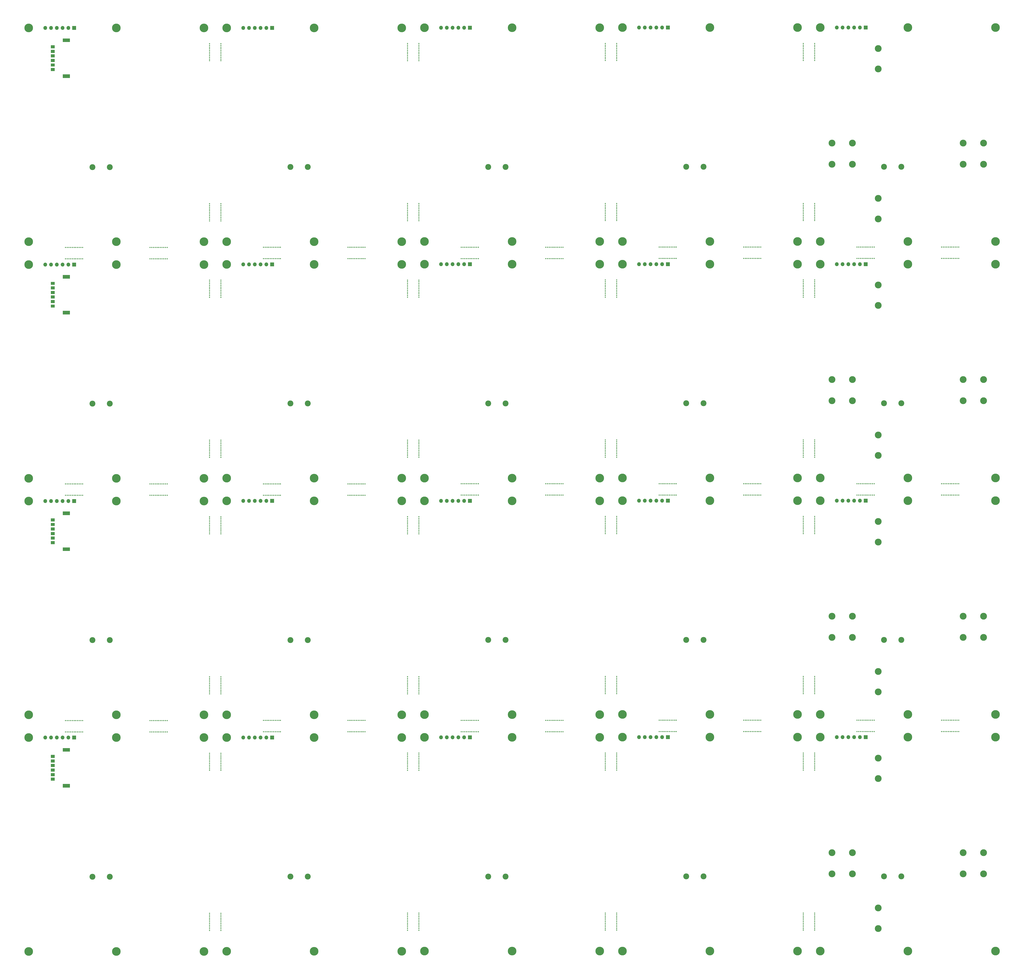
<source format=gbr>
%TF.GenerationSoftware,KiCad,Pcbnew,(6.0.5)*%
%TF.CreationDate,2022-08-17T15:04:12-07:00*%
%TF.ProjectId,X_Y_Panels,585f595f-5061-46e6-956c-732e6b696361,rev?*%
%TF.SameCoordinates,Original*%
%TF.FileFunction,Soldermask,Bot*%
%TF.FilePolarity,Negative*%
%FSLAX46Y46*%
G04 Gerber Fmt 4.6, Leading zero omitted, Abs format (unit mm)*
G04 Created by KiCad (PCBNEW (6.0.5)) date 2022-08-17 15:04:12*
%MOMM*%
%LPD*%
G01*
G04 APERTURE LIST*
%ADD10C,0.010000*%
%ADD11C,3.800000*%
%ADD12C,2.600000*%
%ADD13R,1.700000X1.700000*%
%ADD14O,1.700000X1.700000*%
%ADD15C,3.000000*%
%ADD16C,0.500000*%
G04 APERTURE END LIST*
%TO.C,J2*%
G36*
X30621200Y-242300200D02*
G01*
X27568800Y-242300200D01*
X27568800Y-240797800D01*
X30621200Y-240797800D01*
X30621200Y-242300200D01*
G37*
D10*
X30621200Y-242300200D02*
X27568800Y-242300200D01*
X27568800Y-240797800D01*
X30621200Y-240797800D01*
X30621200Y-242300200D01*
G36*
X23921200Y-233280200D02*
G01*
X22318800Y-233280200D01*
X22318800Y-232027800D01*
X23921200Y-232027800D01*
X23921200Y-233280200D01*
G37*
X23921200Y-233280200D02*
X22318800Y-233280200D01*
X22318800Y-232027800D01*
X23921200Y-232027800D01*
X23921200Y-233280200D01*
G36*
X23921200Y-231280200D02*
G01*
X22318800Y-231280200D01*
X22318800Y-230027800D01*
X23921200Y-230027800D01*
X23921200Y-231280200D01*
G37*
X23921200Y-231280200D02*
X22318800Y-231280200D01*
X22318800Y-230027800D01*
X23921200Y-230027800D01*
X23921200Y-231280200D01*
G36*
X23921200Y-235280200D02*
G01*
X22318800Y-235280200D01*
X22318800Y-234027800D01*
X23921200Y-234027800D01*
X23921200Y-235280200D01*
G37*
X23921200Y-235280200D02*
X22318800Y-235280200D01*
X22318800Y-234027800D01*
X23921200Y-234027800D01*
X23921200Y-235280200D01*
G36*
X30621200Y-226510200D02*
G01*
X27568800Y-226510200D01*
X27568800Y-225007800D01*
X30621200Y-225007800D01*
X30621200Y-226510200D01*
G37*
X30621200Y-226510200D02*
X27568800Y-226510200D01*
X27568800Y-225007800D01*
X30621200Y-225007800D01*
X30621200Y-226510200D01*
G36*
X23921200Y-237280200D02*
G01*
X22318800Y-237280200D01*
X22318800Y-236027800D01*
X23921200Y-236027800D01*
X23921200Y-237280200D01*
G37*
X23921200Y-237280200D02*
X22318800Y-237280200D01*
X22318800Y-236027800D01*
X23921200Y-236027800D01*
X23921200Y-237280200D01*
G36*
X23921200Y-229280200D02*
G01*
X22318800Y-229280200D01*
X22318800Y-228027800D01*
X23921200Y-228027800D01*
X23921200Y-229280200D01*
G37*
X23921200Y-229280200D02*
X22318800Y-229280200D01*
X22318800Y-228027800D01*
X23921200Y-228027800D01*
X23921200Y-229280200D01*
G36*
X23921200Y-239280200D02*
G01*
X22318800Y-239280200D01*
X22318800Y-238027800D01*
X23921200Y-238027800D01*
X23921200Y-239280200D01*
G37*
X23921200Y-239280200D02*
X22318800Y-239280200D01*
X22318800Y-238027800D01*
X23921200Y-238027800D01*
X23921200Y-239280200D01*
G36*
X30621200Y-34300200D02*
G01*
X27568800Y-34300200D01*
X27568800Y-32797800D01*
X30621200Y-32797800D01*
X30621200Y-34300200D01*
G37*
X30621200Y-34300200D02*
X27568800Y-34300200D01*
X27568800Y-32797800D01*
X30621200Y-32797800D01*
X30621200Y-34300200D01*
G36*
X23921200Y-25280200D02*
G01*
X22318800Y-25280200D01*
X22318800Y-24027800D01*
X23921200Y-24027800D01*
X23921200Y-25280200D01*
G37*
X23921200Y-25280200D02*
X22318800Y-25280200D01*
X22318800Y-24027800D01*
X23921200Y-24027800D01*
X23921200Y-25280200D01*
G36*
X23921200Y-23280200D02*
G01*
X22318800Y-23280200D01*
X22318800Y-22027800D01*
X23921200Y-22027800D01*
X23921200Y-23280200D01*
G37*
X23921200Y-23280200D02*
X22318800Y-23280200D01*
X22318800Y-22027800D01*
X23921200Y-22027800D01*
X23921200Y-23280200D01*
G36*
X23921200Y-27280200D02*
G01*
X22318800Y-27280200D01*
X22318800Y-26027800D01*
X23921200Y-26027800D01*
X23921200Y-27280200D01*
G37*
X23921200Y-27280200D02*
X22318800Y-27280200D01*
X22318800Y-26027800D01*
X23921200Y-26027800D01*
X23921200Y-27280200D01*
G36*
X30621200Y-18510200D02*
G01*
X27568800Y-18510200D01*
X27568800Y-17007800D01*
X30621200Y-17007800D01*
X30621200Y-18510200D01*
G37*
X30621200Y-18510200D02*
X27568800Y-18510200D01*
X27568800Y-17007800D01*
X30621200Y-17007800D01*
X30621200Y-18510200D01*
G36*
X23921200Y-29280200D02*
G01*
X22318800Y-29280200D01*
X22318800Y-28027800D01*
X23921200Y-28027800D01*
X23921200Y-29280200D01*
G37*
X23921200Y-29280200D02*
X22318800Y-29280200D01*
X22318800Y-28027800D01*
X23921200Y-28027800D01*
X23921200Y-29280200D01*
G36*
X23921200Y-21280200D02*
G01*
X22318800Y-21280200D01*
X22318800Y-20027800D01*
X23921200Y-20027800D01*
X23921200Y-21280200D01*
G37*
X23921200Y-21280200D02*
X22318800Y-21280200D01*
X22318800Y-20027800D01*
X23921200Y-20027800D01*
X23921200Y-21280200D01*
G36*
X23921200Y-31280200D02*
G01*
X22318800Y-31280200D01*
X22318800Y-30027800D01*
X23921200Y-30027800D01*
X23921200Y-31280200D01*
G37*
X23921200Y-31280200D02*
X22318800Y-31280200D01*
X22318800Y-30027800D01*
X23921200Y-30027800D01*
X23921200Y-31280200D01*
G36*
X30621200Y-138300200D02*
G01*
X27568800Y-138300200D01*
X27568800Y-136797800D01*
X30621200Y-136797800D01*
X30621200Y-138300200D01*
G37*
X30621200Y-138300200D02*
X27568800Y-138300200D01*
X27568800Y-136797800D01*
X30621200Y-136797800D01*
X30621200Y-138300200D01*
G36*
X23921200Y-129280200D02*
G01*
X22318800Y-129280200D01*
X22318800Y-128027800D01*
X23921200Y-128027800D01*
X23921200Y-129280200D01*
G37*
X23921200Y-129280200D02*
X22318800Y-129280200D01*
X22318800Y-128027800D01*
X23921200Y-128027800D01*
X23921200Y-129280200D01*
G36*
X23921200Y-127280200D02*
G01*
X22318800Y-127280200D01*
X22318800Y-126027800D01*
X23921200Y-126027800D01*
X23921200Y-127280200D01*
G37*
X23921200Y-127280200D02*
X22318800Y-127280200D01*
X22318800Y-126027800D01*
X23921200Y-126027800D01*
X23921200Y-127280200D01*
G36*
X23921200Y-131280200D02*
G01*
X22318800Y-131280200D01*
X22318800Y-130027800D01*
X23921200Y-130027800D01*
X23921200Y-131280200D01*
G37*
X23921200Y-131280200D02*
X22318800Y-131280200D01*
X22318800Y-130027800D01*
X23921200Y-130027800D01*
X23921200Y-131280200D01*
G36*
X30621200Y-122510200D02*
G01*
X27568800Y-122510200D01*
X27568800Y-121007800D01*
X30621200Y-121007800D01*
X30621200Y-122510200D01*
G37*
X30621200Y-122510200D02*
X27568800Y-122510200D01*
X27568800Y-121007800D01*
X30621200Y-121007800D01*
X30621200Y-122510200D01*
G36*
X23921200Y-133280200D02*
G01*
X22318800Y-133280200D01*
X22318800Y-132027800D01*
X23921200Y-132027800D01*
X23921200Y-133280200D01*
G37*
X23921200Y-133280200D02*
X22318800Y-133280200D01*
X22318800Y-132027800D01*
X23921200Y-132027800D01*
X23921200Y-133280200D01*
G36*
X23921200Y-125280200D02*
G01*
X22318800Y-125280200D01*
X22318800Y-124027800D01*
X23921200Y-124027800D01*
X23921200Y-125280200D01*
G37*
X23921200Y-125280200D02*
X22318800Y-125280200D01*
X22318800Y-124027800D01*
X23921200Y-124027800D01*
X23921200Y-125280200D01*
G36*
X23921200Y-135280200D02*
G01*
X22318800Y-135280200D01*
X22318800Y-134027800D01*
X23921200Y-134027800D01*
X23921200Y-135280200D01*
G37*
X23921200Y-135280200D02*
X22318800Y-135280200D01*
X22318800Y-134027800D01*
X23921200Y-134027800D01*
X23921200Y-135280200D01*
G36*
X30621200Y-346300200D02*
G01*
X27568800Y-346300200D01*
X27568800Y-344797800D01*
X30621200Y-344797800D01*
X30621200Y-346300200D01*
G37*
X30621200Y-346300200D02*
X27568800Y-346300200D01*
X27568800Y-344797800D01*
X30621200Y-344797800D01*
X30621200Y-346300200D01*
G36*
X23921200Y-337280200D02*
G01*
X22318800Y-337280200D01*
X22318800Y-336027800D01*
X23921200Y-336027800D01*
X23921200Y-337280200D01*
G37*
X23921200Y-337280200D02*
X22318800Y-337280200D01*
X22318800Y-336027800D01*
X23921200Y-336027800D01*
X23921200Y-337280200D01*
G36*
X23921200Y-335280200D02*
G01*
X22318800Y-335280200D01*
X22318800Y-334027800D01*
X23921200Y-334027800D01*
X23921200Y-335280200D01*
G37*
X23921200Y-335280200D02*
X22318800Y-335280200D01*
X22318800Y-334027800D01*
X23921200Y-334027800D01*
X23921200Y-335280200D01*
G36*
X23921200Y-339280200D02*
G01*
X22318800Y-339280200D01*
X22318800Y-338027800D01*
X23921200Y-338027800D01*
X23921200Y-339280200D01*
G37*
X23921200Y-339280200D02*
X22318800Y-339280200D01*
X22318800Y-338027800D01*
X23921200Y-338027800D01*
X23921200Y-339280200D01*
G36*
X30621200Y-330510200D02*
G01*
X27568800Y-330510200D01*
X27568800Y-329007800D01*
X30621200Y-329007800D01*
X30621200Y-330510200D01*
G37*
X30621200Y-330510200D02*
X27568800Y-330510200D01*
X27568800Y-329007800D01*
X30621200Y-329007800D01*
X30621200Y-330510200D01*
G36*
X23921200Y-341280200D02*
G01*
X22318800Y-341280200D01*
X22318800Y-340027800D01*
X23921200Y-340027800D01*
X23921200Y-341280200D01*
G37*
X23921200Y-341280200D02*
X22318800Y-341280200D01*
X22318800Y-340027800D01*
X23921200Y-340027800D01*
X23921200Y-341280200D01*
G36*
X23921200Y-333280200D02*
G01*
X22318800Y-333280200D01*
X22318800Y-332027800D01*
X23921200Y-332027800D01*
X23921200Y-333280200D01*
G37*
X23921200Y-333280200D02*
X22318800Y-333280200D01*
X22318800Y-332027800D01*
X23921200Y-332027800D01*
X23921200Y-333280200D01*
G36*
X23921200Y-343280200D02*
G01*
X22318800Y-343280200D01*
X22318800Y-342027800D01*
X23921200Y-342027800D01*
X23921200Y-343280200D01*
G37*
X23921200Y-343280200D02*
X22318800Y-343280200D01*
X22318800Y-342027800D01*
X23921200Y-342027800D01*
X23921200Y-343280200D01*
%TD*%
D11*
%TO.C,H29*%
X399036000Y-314259997D03*
D12*
X399036000Y-314259997D03*
%TD*%
%TO.C,TP5*%
X388582000Y-177429998D03*
X396202000Y-177429998D03*
%TD*%
D13*
%TO.C,J3*%
X119546000Y-324359999D03*
D14*
X117006000Y-324359999D03*
X114466000Y-324359999D03*
X111926000Y-324359999D03*
X109386000Y-324359999D03*
X106846000Y-324359999D03*
%TD*%
D11*
%TO.C,H10*%
X99546000Y-314359999D03*
D12*
X99546000Y-314359999D03*
%TD*%
D13*
%TO.C,J3*%
X119546000Y-220359999D03*
D14*
X117006000Y-220359999D03*
X114466000Y-220359999D03*
X111926000Y-220359999D03*
X109386000Y-220359999D03*
X106846000Y-220359999D03*
%TD*%
D12*
%TO.C,H26*%
X399036000Y-324259997D03*
D11*
X399036000Y-324259997D03*
%TD*%
D12*
%TO.C,TP3*%
X214586000Y-281479999D03*
X222206000Y-281479999D03*
%TD*%
D15*
%TO.C,SC1*%
X374662000Y-271014000D03*
X365662000Y-271014000D03*
%TD*%
D16*
%TO.C,mouse-bite-8*%
X184046000Y-409139999D03*
X179046000Y-406139999D03*
X179046000Y-405389999D03*
X179046000Y-408389999D03*
X184046000Y-406139999D03*
X184046000Y-402389999D03*
X179046000Y-404639999D03*
X184046000Y-405389999D03*
X179046000Y-403889999D03*
X179046000Y-402389999D03*
X184046000Y-408389999D03*
X179046000Y-401639999D03*
X179046000Y-409139999D03*
X184046000Y-406889999D03*
X179046000Y-407639999D03*
X179046000Y-406889999D03*
X179046000Y-408389999D03*
X184046000Y-407639999D03*
X184046000Y-403139999D03*
X184046000Y-404639999D03*
X184046000Y-401639999D03*
X184046000Y-403889999D03*
X184046000Y-408389999D03*
X179046000Y-403139999D03*
%TD*%
%TO.C,mouse-bite-3*%
X358040000Y-129969998D03*
X353040000Y-129969998D03*
X358040000Y-126219998D03*
X358040000Y-124719998D03*
X353040000Y-127719998D03*
X353040000Y-123219998D03*
X358040000Y-130719998D03*
X358040000Y-126969998D03*
X358040000Y-129219998D03*
X358040000Y-123219998D03*
X358040000Y-123969998D03*
X358040000Y-127719998D03*
X353040000Y-129219998D03*
X353040000Y-123969998D03*
X353040000Y-124719998D03*
X353040000Y-128469998D03*
X353040000Y-126219998D03*
X358040000Y-128469998D03*
X353040000Y-125469998D03*
X353040000Y-126969998D03*
X353040000Y-129969998D03*
X353040000Y-130719998D03*
X358040000Y-129969998D03*
X358040000Y-125469998D03*
%TD*%
D13*
%TO.C,J3*%
X119546000Y-12359999D03*
D14*
X117006000Y-12359999D03*
X114466000Y-12359999D03*
X111926000Y-12359999D03*
X109386000Y-12359999D03*
X106846000Y-12359999D03*
%TD*%
D13*
%TO.C,J6*%
X380536000Y-324259997D03*
D14*
X377996000Y-324259997D03*
X375456000Y-324259997D03*
X372916000Y-324259997D03*
X370376000Y-324259997D03*
X367836000Y-324259997D03*
%TD*%
D16*
%TO.C,mouse-bite-11*%
X296478000Y-217759997D03*
X291978000Y-217759997D03*
X290478000Y-212759997D03*
X294228000Y-212759997D03*
X292728000Y-212759997D03*
X293478000Y-217759997D03*
X291228000Y-212759997D03*
X292728000Y-217759997D03*
X296478000Y-212759997D03*
X291978000Y-212759997D03*
X297228000Y-212759997D03*
X294978000Y-212759997D03*
X289728000Y-217759997D03*
X294978000Y-217759997D03*
X289728000Y-212759997D03*
X293478000Y-212759997D03*
X295728000Y-217759997D03*
X297228000Y-217759997D03*
X296478000Y-217759997D03*
X295728000Y-212759997D03*
X290478000Y-217759997D03*
X291228000Y-217759997D03*
X296478000Y-212759997D03*
X294228000Y-217759997D03*
%TD*%
D11*
%TO.C,H10*%
X99546000Y-210359999D03*
D12*
X99546000Y-210359999D03*
%TD*%
D11*
%TO.C,H30*%
X437536000Y-418259997D03*
D12*
X437536000Y-418259997D03*
%TD*%
D11*
%TO.C,H25*%
X360536000Y-324259997D03*
D12*
X360536000Y-324259997D03*
%TD*%
D15*
%TO.C,SC3*%
X385970000Y-96340000D03*
X385970000Y-87340000D03*
%TD*%
D12*
%TO.C,H28*%
X360536000Y-314259997D03*
D11*
X360536000Y-314259997D03*
%TD*%
%TO.C,H5*%
X51050000Y-314410000D03*
D12*
X51050000Y-314410000D03*
%TD*%
%TO.C,H13*%
X186542000Y-220309998D03*
D11*
X186542000Y-220309998D03*
%TD*%
%TO.C,H14*%
X225042000Y-12309998D03*
D12*
X225042000Y-12309998D03*
%TD*%
D11*
%TO.C,H23*%
X312038000Y-314259997D03*
D12*
X312038000Y-314259997D03*
%TD*%
%TO.C,TP4*%
X301582000Y-281429998D03*
X309202000Y-281429998D03*
%TD*%
D11*
%TO.C,H7*%
X99546000Y-220359999D03*
D12*
X99546000Y-220359999D03*
%TD*%
D11*
%TO.C,H18*%
X263542000Y-210309998D03*
D12*
X263542000Y-210309998D03*
%TD*%
%TO.C,H16*%
X186542000Y-210309998D03*
D11*
X186542000Y-210309998D03*
%TD*%
D12*
%TO.C,H24*%
X350538000Y-210259997D03*
D11*
X350538000Y-210259997D03*
%TD*%
D12*
%TO.C,H26*%
X399036000Y-116259997D03*
D11*
X399036000Y-116259997D03*
%TD*%
D16*
%TO.C,mouse-bite-17*%
X115736000Y-217859999D03*
X117986000Y-212859999D03*
X120236000Y-212859999D03*
X122486000Y-212859999D03*
X122486000Y-217859999D03*
X115736000Y-212859999D03*
X119486000Y-217859999D03*
X120236000Y-217859999D03*
X120986000Y-217859999D03*
X121736000Y-212859999D03*
X117236000Y-217859999D03*
X123236000Y-212859999D03*
X116486000Y-217859999D03*
X120986000Y-212859999D03*
X118736000Y-217859999D03*
X116486000Y-212859999D03*
X118736000Y-212859999D03*
X123236000Y-217859999D03*
X121736000Y-217859999D03*
X117986000Y-217859999D03*
X117236000Y-212859999D03*
X119486000Y-212859999D03*
X122486000Y-217859999D03*
X122486000Y-212859999D03*
%TD*%
D12*
%TO.C,H9*%
X176546000Y-12359999D03*
D11*
X176546000Y-12359999D03*
%TD*%
D15*
%TO.C,SC3*%
X385970000Y-408340000D03*
X385970000Y-399340000D03*
%TD*%
D12*
%TO.C,H24*%
X350538000Y-106259997D03*
D11*
X350538000Y-106259997D03*
%TD*%
D12*
%TO.C,H4*%
X12550000Y-106410000D03*
D11*
X12550000Y-106410000D03*
%TD*%
D16*
%TO.C,mouse-bite-14*%
X421386000Y-217759997D03*
X420636000Y-212759997D03*
X413886000Y-217759997D03*
X417636000Y-217759997D03*
X416136000Y-212759997D03*
X415386000Y-217759997D03*
X416886000Y-217759997D03*
X420636000Y-217759997D03*
X416136000Y-217759997D03*
X413886000Y-212759997D03*
X416886000Y-212759997D03*
X415386000Y-212759997D03*
X420636000Y-212759997D03*
X418386000Y-212759997D03*
X420636000Y-217759997D03*
X419136000Y-217759997D03*
X414636000Y-217759997D03*
X419136000Y-212759997D03*
X419886000Y-217759997D03*
X417636000Y-212759997D03*
X419886000Y-212759997D03*
X414636000Y-212759997D03*
X418386000Y-217759997D03*
X421386000Y-212759997D03*
%TD*%
D11*
%TO.C,H30*%
X437536000Y-106259997D03*
D12*
X437536000Y-106259997D03*
%TD*%
D11*
%TO.C,H11*%
X138046000Y-210359999D03*
D12*
X138046000Y-210359999D03*
%TD*%
D16*
%TO.C,mouse-bite-7*%
X92050000Y-408440000D03*
X97050000Y-405440000D03*
X92050000Y-406940000D03*
X97050000Y-401690000D03*
X92050000Y-406190000D03*
X97050000Y-403190000D03*
X92050000Y-409190000D03*
X92050000Y-403940000D03*
X97050000Y-409190000D03*
X97050000Y-404690000D03*
X97050000Y-402440000D03*
X97050000Y-407690000D03*
X97050000Y-408440000D03*
X92050000Y-408440000D03*
X92050000Y-402440000D03*
X92050000Y-405440000D03*
X97050000Y-408440000D03*
X92050000Y-403190000D03*
X97050000Y-406940000D03*
X97050000Y-406190000D03*
X92050000Y-401690000D03*
X97050000Y-403940000D03*
X92050000Y-407690000D03*
X92050000Y-404690000D03*
%TD*%
D12*
%TO.C,H16*%
X186542000Y-106309998D03*
D11*
X186542000Y-106309998D03*
%TD*%
D16*
%TO.C,mouse-bite-15*%
X33240000Y-316910000D03*
X33240000Y-321910000D03*
X32490000Y-316910000D03*
X35490000Y-316910000D03*
X30990000Y-321910000D03*
X33990000Y-321910000D03*
X33990000Y-316910000D03*
X32490000Y-321910000D03*
X35490000Y-321910000D03*
X29490000Y-316910000D03*
X34740000Y-316910000D03*
X31740000Y-316910000D03*
X30990000Y-316910000D03*
X28740000Y-316910000D03*
X31740000Y-321910000D03*
X36240000Y-316910000D03*
X34740000Y-321910000D03*
X36240000Y-321910000D03*
X35490000Y-321910000D03*
X30240000Y-321910000D03*
X30240000Y-316910000D03*
X35490000Y-316910000D03*
X29490000Y-321910000D03*
X28740000Y-321910000D03*
%TD*%
D15*
%TO.C,SC6*%
X432320000Y-167014000D03*
X423320000Y-167014000D03*
%TD*%
D11*
%TO.C,H6*%
X89550000Y-106410000D03*
D12*
X89550000Y-106410000D03*
%TD*%
%TO.C,TP5*%
X388582000Y-385429998D03*
X396202000Y-385429998D03*
%TD*%
D11*
%TO.C,H27*%
X437536000Y-324259997D03*
D12*
X437536000Y-324259997D03*
%TD*%
%TO.C,TP2*%
X127590000Y-281530000D03*
X135210000Y-281530000D03*
%TD*%
D15*
%TO.C,SC2*%
X365662000Y-72320000D03*
X374662000Y-72320000D03*
%TD*%
D12*
%TO.C,H17*%
X225042000Y-106309998D03*
D11*
X225042000Y-106309998D03*
%TD*%
D12*
%TO.C,H3*%
X89550000Y-220410000D03*
D11*
X89550000Y-220410000D03*
%TD*%
D16*
%TO.C,mouse-bite-13*%
X383476000Y-212759997D03*
X384226000Y-212759997D03*
X383476000Y-217759997D03*
X382726000Y-217759997D03*
X380476000Y-217759997D03*
X377476000Y-217759997D03*
X381976000Y-217759997D03*
X380476000Y-212759997D03*
X383476000Y-217759997D03*
X378226000Y-212759997D03*
X381226000Y-212759997D03*
X376726000Y-212759997D03*
X379726000Y-217759997D03*
X379726000Y-212759997D03*
X376726000Y-217759997D03*
X382726000Y-212759997D03*
X381976000Y-212759997D03*
X378976000Y-217759997D03*
X381226000Y-217759997D03*
X378226000Y-217759997D03*
X377476000Y-212759997D03*
X383476000Y-212759997D03*
X378976000Y-212759997D03*
X384226000Y-217759997D03*
%TD*%
%TO.C,mouse-bite-8*%
X184046000Y-305139999D03*
X179046000Y-302139999D03*
X179046000Y-301389999D03*
X179046000Y-304389999D03*
X184046000Y-302139999D03*
X184046000Y-298389999D03*
X179046000Y-300639999D03*
X184046000Y-301389999D03*
X179046000Y-299889999D03*
X179046000Y-298389999D03*
X184046000Y-304389999D03*
X179046000Y-297639999D03*
X179046000Y-305139999D03*
X184046000Y-302889999D03*
X179046000Y-303639999D03*
X179046000Y-302889999D03*
X179046000Y-304389999D03*
X184046000Y-303639999D03*
X184046000Y-299139999D03*
X184046000Y-300639999D03*
X184046000Y-297639999D03*
X184046000Y-299889999D03*
X184046000Y-304389999D03*
X179046000Y-299139999D03*
%TD*%
%TO.C,mouse-bite-14*%
X421386000Y-321759997D03*
X420636000Y-316759997D03*
X413886000Y-321759997D03*
X417636000Y-321759997D03*
X416136000Y-316759997D03*
X415386000Y-321759997D03*
X416886000Y-321759997D03*
X420636000Y-321759997D03*
X416136000Y-321759997D03*
X413886000Y-316759997D03*
X416886000Y-316759997D03*
X415386000Y-316759997D03*
X420636000Y-316759997D03*
X418386000Y-316759997D03*
X420636000Y-321759997D03*
X419136000Y-321759997D03*
X414636000Y-321759997D03*
X419136000Y-316759997D03*
X419886000Y-321759997D03*
X417636000Y-316759997D03*
X419886000Y-316759997D03*
X414636000Y-316759997D03*
X418386000Y-321759997D03*
X421386000Y-316759997D03*
%TD*%
%TO.C,mouse-bite-2*%
X266042000Y-25969998D03*
X266042000Y-22219998D03*
X266042000Y-20719998D03*
X271042000Y-22969998D03*
X266042000Y-22969998D03*
X271042000Y-23719998D03*
X271042000Y-25969998D03*
X266042000Y-26719998D03*
X266042000Y-25969998D03*
X266042000Y-19969998D03*
X266042000Y-19219998D03*
X271042000Y-21469998D03*
X271042000Y-19219998D03*
X271042000Y-26719998D03*
X271042000Y-22219998D03*
X266042000Y-21469998D03*
X271042000Y-24469998D03*
X266042000Y-25219998D03*
X271042000Y-20719998D03*
X271042000Y-19969998D03*
X266042000Y-24469998D03*
X266042000Y-23719998D03*
X271042000Y-25219998D03*
X271042000Y-25969998D03*
%TD*%
%TO.C,mouse-bite-2*%
X266042000Y-337969998D03*
X266042000Y-334219998D03*
X266042000Y-332719998D03*
X271042000Y-334969998D03*
X266042000Y-334969998D03*
X271042000Y-335719998D03*
X271042000Y-337969998D03*
X266042000Y-338719998D03*
X266042000Y-337969998D03*
X266042000Y-331969998D03*
X266042000Y-331219998D03*
X271042000Y-333469998D03*
X271042000Y-331219998D03*
X271042000Y-338719998D03*
X271042000Y-334219998D03*
X266042000Y-333469998D03*
X271042000Y-336469998D03*
X266042000Y-337219998D03*
X271042000Y-332719998D03*
X271042000Y-331969998D03*
X266042000Y-336469998D03*
X266042000Y-335719998D03*
X271042000Y-337219998D03*
X271042000Y-337969998D03*
%TD*%
D12*
%TO.C,H4*%
X12550000Y-418410000D03*
D11*
X12550000Y-418410000D03*
%TD*%
%TO.C,H18*%
X263542000Y-106309998D03*
D12*
X263542000Y-106309998D03*
%TD*%
D11*
%TO.C,H22*%
X273538000Y-210259997D03*
D12*
X273538000Y-210259997D03*
%TD*%
D11*
%TO.C,H20*%
X312038000Y-12259997D03*
D12*
X312038000Y-12259997D03*
%TD*%
D13*
%TO.C,J4*%
X206542000Y-12309998D03*
D14*
X204002000Y-12309998D03*
X201462000Y-12309998D03*
X198922000Y-12309998D03*
X196382000Y-12309998D03*
X193842000Y-12309998D03*
%TD*%
D16*
%TO.C,mouse-bite-14*%
X421386000Y-113759997D03*
X420636000Y-108759997D03*
X413886000Y-113759997D03*
X417636000Y-113759997D03*
X416136000Y-108759997D03*
X415386000Y-113759997D03*
X416886000Y-113759997D03*
X420636000Y-113759997D03*
X416136000Y-113759997D03*
X413886000Y-108759997D03*
X416886000Y-108759997D03*
X415386000Y-108759997D03*
X420636000Y-108759997D03*
X418386000Y-108759997D03*
X420636000Y-113759997D03*
X419136000Y-113759997D03*
X414636000Y-113759997D03*
X419136000Y-108759997D03*
X419886000Y-113759997D03*
X417636000Y-108759997D03*
X419886000Y-108759997D03*
X414636000Y-108759997D03*
X418386000Y-113759997D03*
X421386000Y-108759997D03*
%TD*%
D15*
%TO.C,SC1*%
X374662000Y-167014000D03*
X365662000Y-167014000D03*
%TD*%
D12*
%TO.C,TP4*%
X301582000Y-385429998D03*
X309202000Y-385429998D03*
%TD*%
%TO.C,H3*%
X89550000Y-12410000D03*
D11*
X89550000Y-12410000D03*
%TD*%
D15*
%TO.C,SC5*%
X423320000Y-280320000D03*
X432320000Y-280320000D03*
%TD*%
D12*
%TO.C,TP1*%
X40594000Y-385580001D03*
X48214000Y-385580001D03*
%TD*%
D16*
%TO.C,mouse-bite-3*%
X358040000Y-233969998D03*
X353040000Y-233969998D03*
X358040000Y-230219998D03*
X358040000Y-228719998D03*
X353040000Y-231719998D03*
X353040000Y-227219998D03*
X358040000Y-234719998D03*
X358040000Y-230969998D03*
X358040000Y-233219998D03*
X358040000Y-227219998D03*
X358040000Y-227969998D03*
X358040000Y-231719998D03*
X353040000Y-233219998D03*
X353040000Y-227969998D03*
X353040000Y-228719998D03*
X353040000Y-232469998D03*
X353040000Y-230219998D03*
X358040000Y-232469998D03*
X353040000Y-229469998D03*
X353040000Y-230969998D03*
X353040000Y-233969998D03*
X353040000Y-234719998D03*
X358040000Y-233969998D03*
X358040000Y-229469998D03*
%TD*%
D11*
%TO.C,H22*%
X273538000Y-314259997D03*
D12*
X273538000Y-314259997D03*
%TD*%
D15*
%TO.C,SC6*%
X432320000Y-375014000D03*
X423320000Y-375014000D03*
%TD*%
D11*
%TO.C,H12*%
X176546000Y-314359999D03*
D12*
X176546000Y-314359999D03*
%TD*%
D13*
%TO.C,J1*%
X32550000Y-324410000D03*
D14*
X30010000Y-324410000D03*
X27470000Y-324410000D03*
X24930000Y-324410000D03*
X22390000Y-324410000D03*
X19850000Y-324410000D03*
%TD*%
D11*
%TO.C,H2*%
X51050000Y-12410000D03*
D12*
X51050000Y-12410000D03*
%TD*%
D11*
%TO.C,H6*%
X89550000Y-210410000D03*
D12*
X89550000Y-210410000D03*
%TD*%
D11*
%TO.C,H30*%
X437536000Y-314259997D03*
D12*
X437536000Y-314259997D03*
%TD*%
%TO.C,H15*%
X263542000Y-12309998D03*
D11*
X263542000Y-12309998D03*
%TD*%
%TO.C,H10*%
X99546000Y-106359999D03*
D12*
X99546000Y-106359999D03*
%TD*%
D11*
%TO.C,H1*%
X12550000Y-12410000D03*
D12*
X12550000Y-12410000D03*
%TD*%
D11*
%TO.C,H29*%
X399036000Y-418259997D03*
D12*
X399036000Y-418259997D03*
%TD*%
D16*
%TO.C,mouse-bite-6*%
X358040000Y-403089998D03*
X353040000Y-409089998D03*
X358040000Y-402339998D03*
X358040000Y-403839998D03*
X353040000Y-406839998D03*
X353040000Y-403839998D03*
X358040000Y-405339998D03*
X358040000Y-406839998D03*
X358040000Y-406089998D03*
X353040000Y-401589998D03*
X358040000Y-408339998D03*
X358040000Y-408339998D03*
X358040000Y-409089998D03*
X353040000Y-404589998D03*
X353040000Y-406089998D03*
X353040000Y-403089998D03*
X353040000Y-408339998D03*
X353040000Y-402339998D03*
X358040000Y-401589998D03*
X358040000Y-407589998D03*
X353040000Y-408339998D03*
X353040000Y-407589998D03*
X353040000Y-405339998D03*
X358040000Y-404589998D03*
%TD*%
D11*
%TO.C,H11*%
X138046000Y-314359999D03*
D12*
X138046000Y-314359999D03*
%TD*%
%TO.C,TP3*%
X214586000Y-385479999D03*
X222206000Y-385479999D03*
%TD*%
%TO.C,H13*%
X186542000Y-324309998D03*
D11*
X186542000Y-324309998D03*
%TD*%
D12*
%TO.C,H16*%
X186542000Y-418309998D03*
D11*
X186542000Y-418309998D03*
%TD*%
D12*
%TO.C,H9*%
X176546000Y-116359999D03*
D11*
X176546000Y-116359999D03*
%TD*%
D16*
%TO.C,mouse-bite-8*%
X184046000Y-201139999D03*
X179046000Y-198139999D03*
X179046000Y-197389999D03*
X179046000Y-200389999D03*
X184046000Y-198139999D03*
X184046000Y-194389999D03*
X179046000Y-196639999D03*
X184046000Y-197389999D03*
X179046000Y-195889999D03*
X179046000Y-194389999D03*
X184046000Y-200389999D03*
X179046000Y-193639999D03*
X179046000Y-201139999D03*
X184046000Y-198889999D03*
X179046000Y-199639999D03*
X179046000Y-198889999D03*
X179046000Y-200389999D03*
X184046000Y-199639999D03*
X184046000Y-195139999D03*
X184046000Y-196639999D03*
X184046000Y-193639999D03*
X184046000Y-195889999D03*
X184046000Y-200389999D03*
X179046000Y-195139999D03*
%TD*%
%TO.C,mouse-bite-12*%
X332888000Y-212759997D03*
X332138000Y-217759997D03*
X331388000Y-217759997D03*
X326888000Y-217759997D03*
X329138000Y-212759997D03*
X330638000Y-217759997D03*
X330638000Y-212759997D03*
X334388000Y-212759997D03*
X329888000Y-217759997D03*
X332138000Y-212759997D03*
X333638000Y-217759997D03*
X333638000Y-217759997D03*
X329138000Y-217759997D03*
X332888000Y-217759997D03*
X329888000Y-212759997D03*
X326888000Y-212759997D03*
X331388000Y-212759997D03*
X327638000Y-217759997D03*
X328388000Y-212759997D03*
X333638000Y-212759997D03*
X327638000Y-212759997D03*
X333638000Y-212759997D03*
X334388000Y-217759997D03*
X328388000Y-217759997D03*
%TD*%
%TO.C,mouse-bite-3*%
X358040000Y-25969998D03*
X353040000Y-25969998D03*
X358040000Y-22219998D03*
X358040000Y-20719998D03*
X353040000Y-23719998D03*
X353040000Y-19219998D03*
X358040000Y-26719998D03*
X358040000Y-22969998D03*
X358040000Y-25219998D03*
X358040000Y-19219998D03*
X358040000Y-19969998D03*
X358040000Y-23719998D03*
X353040000Y-25219998D03*
X353040000Y-19969998D03*
X353040000Y-20719998D03*
X353040000Y-24469998D03*
X353040000Y-22219998D03*
X358040000Y-24469998D03*
X353040000Y-21469998D03*
X353040000Y-22969998D03*
X353040000Y-25969998D03*
X353040000Y-26719998D03*
X358040000Y-25969998D03*
X358040000Y-21469998D03*
%TD*%
D12*
%TO.C,TP2*%
X127590000Y-177530000D03*
X135210000Y-177530000D03*
%TD*%
D16*
%TO.C,mouse-bite-7*%
X92050000Y-304440000D03*
X97050000Y-301440000D03*
X92050000Y-302940000D03*
X97050000Y-297690000D03*
X92050000Y-302190000D03*
X97050000Y-299190000D03*
X92050000Y-305190000D03*
X92050000Y-299940000D03*
X97050000Y-305190000D03*
X97050000Y-300690000D03*
X97050000Y-298440000D03*
X97050000Y-303690000D03*
X97050000Y-304440000D03*
X92050000Y-304440000D03*
X92050000Y-298440000D03*
X92050000Y-301440000D03*
X97050000Y-304440000D03*
X92050000Y-299190000D03*
X97050000Y-302940000D03*
X97050000Y-302190000D03*
X92050000Y-297690000D03*
X97050000Y-299940000D03*
X92050000Y-303690000D03*
X92050000Y-300690000D03*
%TD*%
D11*
%TO.C,H2*%
X51050000Y-116410000D03*
D12*
X51050000Y-116410000D03*
%TD*%
D11*
%TO.C,H12*%
X176546000Y-418359999D03*
D12*
X176546000Y-418359999D03*
%TD*%
D15*
%TO.C,SC4*%
X386020000Y-238420000D03*
X386020000Y-229420000D03*
%TD*%
D11*
%TO.C,H19*%
X273538000Y-220259997D03*
D12*
X273538000Y-220259997D03*
%TD*%
D16*
%TO.C,mouse-bite-11*%
X296478000Y-321759997D03*
X291978000Y-321759997D03*
X290478000Y-316759997D03*
X294228000Y-316759997D03*
X292728000Y-316759997D03*
X293478000Y-321759997D03*
X291228000Y-316759997D03*
X292728000Y-321759997D03*
X296478000Y-316759997D03*
X291978000Y-316759997D03*
X297228000Y-316759997D03*
X294978000Y-316759997D03*
X289728000Y-321759997D03*
X294978000Y-321759997D03*
X289728000Y-316759997D03*
X293478000Y-316759997D03*
X295728000Y-321759997D03*
X297228000Y-321759997D03*
X296478000Y-321759997D03*
X295728000Y-316759997D03*
X290478000Y-321759997D03*
X291228000Y-321759997D03*
X296478000Y-316759997D03*
X294228000Y-321759997D03*
%TD*%
D11*
%TO.C,H30*%
X437536000Y-210259997D03*
D12*
X437536000Y-210259997D03*
%TD*%
D16*
%TO.C,mouse-bite-17*%
X115736000Y-321859999D03*
X117986000Y-316859999D03*
X120236000Y-316859999D03*
X122486000Y-316859999D03*
X122486000Y-321859999D03*
X115736000Y-316859999D03*
X119486000Y-321859999D03*
X120236000Y-321859999D03*
X120986000Y-321859999D03*
X121736000Y-316859999D03*
X117236000Y-321859999D03*
X123236000Y-316859999D03*
X116486000Y-321859999D03*
X120986000Y-316859999D03*
X118736000Y-321859999D03*
X116486000Y-316859999D03*
X118736000Y-316859999D03*
X123236000Y-321859999D03*
X121736000Y-321859999D03*
X117986000Y-321859999D03*
X117236000Y-316859999D03*
X119486000Y-316859999D03*
X122486000Y-321859999D03*
X122486000Y-316859999D03*
%TD*%
%TO.C,mouse-bite-12*%
X332888000Y-316759997D03*
X332138000Y-321759997D03*
X331388000Y-321759997D03*
X326888000Y-321759997D03*
X329138000Y-316759997D03*
X330638000Y-321759997D03*
X330638000Y-316759997D03*
X334388000Y-316759997D03*
X329888000Y-321759997D03*
X332138000Y-316759997D03*
X333638000Y-321759997D03*
X333638000Y-321759997D03*
X329138000Y-321759997D03*
X332888000Y-321759997D03*
X329888000Y-316759997D03*
X326888000Y-316759997D03*
X331388000Y-316759997D03*
X327638000Y-321759997D03*
X328388000Y-316759997D03*
X333638000Y-316759997D03*
X327638000Y-316759997D03*
X333638000Y-316759997D03*
X334388000Y-321759997D03*
X328388000Y-321759997D03*
%TD*%
D11*
%TO.C,H29*%
X399036000Y-106259997D03*
D12*
X399036000Y-106259997D03*
%TD*%
%TO.C,H13*%
X186542000Y-12309998D03*
D11*
X186542000Y-12309998D03*
%TD*%
D12*
%TO.C,H8*%
X138046000Y-12359999D03*
D11*
X138046000Y-12359999D03*
%TD*%
D16*
%TO.C,mouse-bite-13*%
X383476000Y-108759997D03*
X384226000Y-108759997D03*
X383476000Y-113759997D03*
X382726000Y-113759997D03*
X380476000Y-113759997D03*
X377476000Y-113759997D03*
X381976000Y-113759997D03*
X380476000Y-108759997D03*
X383476000Y-113759997D03*
X378226000Y-108759997D03*
X381226000Y-108759997D03*
X376726000Y-108759997D03*
X379726000Y-113759997D03*
X379726000Y-108759997D03*
X376726000Y-113759997D03*
X382726000Y-108759997D03*
X381976000Y-108759997D03*
X378976000Y-113759997D03*
X381226000Y-113759997D03*
X378226000Y-113759997D03*
X377476000Y-108759997D03*
X383476000Y-108759997D03*
X378976000Y-108759997D03*
X384226000Y-113759997D03*
%TD*%
D13*
%TO.C,J6*%
X380536000Y-116259997D03*
D14*
X377996000Y-116259997D03*
X375456000Y-116259997D03*
X372916000Y-116259997D03*
X370376000Y-116259997D03*
X367836000Y-116259997D03*
%TD*%
D11*
%TO.C,H19*%
X273538000Y-324259997D03*
D12*
X273538000Y-324259997D03*
%TD*%
D11*
%TO.C,H20*%
X312038000Y-220259997D03*
D12*
X312038000Y-220259997D03*
%TD*%
D11*
%TO.C,H20*%
X312038000Y-116259997D03*
D12*
X312038000Y-116259997D03*
%TD*%
D16*
%TO.C,mouse-bite-5*%
X271042000Y-94089998D03*
X266042000Y-91089998D03*
X266042000Y-93339998D03*
X266042000Y-90339998D03*
X271042000Y-94839998D03*
X271042000Y-96339998D03*
X271042000Y-93339998D03*
X266042000Y-95589998D03*
X271042000Y-92589998D03*
X266042000Y-94839998D03*
X271042000Y-90339998D03*
X266042000Y-91839998D03*
X266042000Y-96339998D03*
X271042000Y-97089998D03*
X266042000Y-97089998D03*
X266042000Y-96339998D03*
X266042000Y-94089998D03*
X271042000Y-95589998D03*
X271042000Y-89589998D03*
X271042000Y-91839998D03*
X266042000Y-89589998D03*
X271042000Y-91089998D03*
X266042000Y-92589998D03*
X271042000Y-96339998D03*
%TD*%
%TO.C,mouse-bite-1*%
X184046000Y-332769999D03*
X184046000Y-335019999D03*
X184046000Y-334269999D03*
X184046000Y-337269999D03*
X184046000Y-335769999D03*
X179046000Y-338019999D03*
X179046000Y-335019999D03*
X184046000Y-338019999D03*
X179046000Y-332019999D03*
X179046000Y-336519999D03*
X184046000Y-338019999D03*
X184046000Y-333519999D03*
X179046000Y-334269999D03*
X184046000Y-338769999D03*
X184046000Y-336519999D03*
X179046000Y-333519999D03*
X179046000Y-331269999D03*
X184046000Y-331269999D03*
X184046000Y-332019999D03*
X179046000Y-338769999D03*
X179046000Y-337269999D03*
X179046000Y-335769999D03*
X179046000Y-332769999D03*
X179046000Y-338019999D03*
%TD*%
D13*
%TO.C,J6*%
X380536000Y-12259997D03*
D14*
X377996000Y-12259997D03*
X375456000Y-12259997D03*
X372916000Y-12259997D03*
X370376000Y-12259997D03*
X367836000Y-12259997D03*
%TD*%
D16*
%TO.C,mouse-bite-3*%
X358040000Y-337969998D03*
X353040000Y-337969998D03*
X358040000Y-334219998D03*
X358040000Y-332719998D03*
X353040000Y-335719998D03*
X353040000Y-331219998D03*
X358040000Y-338719998D03*
X358040000Y-334969998D03*
X358040000Y-337219998D03*
X358040000Y-331219998D03*
X358040000Y-331969998D03*
X358040000Y-335719998D03*
X353040000Y-337219998D03*
X353040000Y-331969998D03*
X353040000Y-332719998D03*
X353040000Y-336469998D03*
X353040000Y-334219998D03*
X358040000Y-336469998D03*
X353040000Y-333469998D03*
X353040000Y-334969998D03*
X353040000Y-337969998D03*
X353040000Y-338719998D03*
X358040000Y-337969998D03*
X358040000Y-333469998D03*
%TD*%
%TO.C,mouse-bite-6*%
X358040000Y-299089998D03*
X353040000Y-305089998D03*
X358040000Y-298339998D03*
X358040000Y-299839998D03*
X353040000Y-302839998D03*
X353040000Y-299839998D03*
X358040000Y-301339998D03*
X358040000Y-302839998D03*
X358040000Y-302089998D03*
X353040000Y-297589998D03*
X358040000Y-304339998D03*
X358040000Y-304339998D03*
X358040000Y-305089998D03*
X353040000Y-300589998D03*
X353040000Y-302089998D03*
X353040000Y-299089998D03*
X353040000Y-304339998D03*
X353040000Y-298339998D03*
X358040000Y-297589998D03*
X358040000Y-303589998D03*
X353040000Y-304339998D03*
X353040000Y-303589998D03*
X353040000Y-301339998D03*
X358040000Y-300589998D03*
%TD*%
D12*
%TO.C,H24*%
X350538000Y-418259997D03*
D11*
X350538000Y-418259997D03*
%TD*%
D12*
%TO.C,H4*%
X12550000Y-314410000D03*
D11*
X12550000Y-314410000D03*
%TD*%
D15*
%TO.C,SC3*%
X385970000Y-304340000D03*
X385970000Y-295340000D03*
%TD*%
D11*
%TO.C,H21*%
X350538000Y-220259997D03*
D12*
X350538000Y-220259997D03*
%TD*%
%TO.C,H17*%
X225042000Y-210309998D03*
D11*
X225042000Y-210309998D03*
%TD*%
%TO.C,H19*%
X273538000Y-12259997D03*
D12*
X273538000Y-12259997D03*
%TD*%
D16*
%TO.C,mouse-bite-16*%
X72650000Y-217910000D03*
X68150000Y-212910000D03*
X71150000Y-212910000D03*
X68900000Y-217910000D03*
X69650000Y-212910000D03*
X71900000Y-212910000D03*
X71900000Y-217910000D03*
X68150000Y-217910000D03*
X65900000Y-217910000D03*
X66650000Y-217910000D03*
X70400000Y-212910000D03*
X71150000Y-217910000D03*
X73400000Y-212910000D03*
X69650000Y-217910000D03*
X72650000Y-217910000D03*
X66650000Y-212910000D03*
X70400000Y-217910000D03*
X73400000Y-217910000D03*
X68900000Y-212910000D03*
X67400000Y-212910000D03*
X72650000Y-212910000D03*
X65900000Y-212910000D03*
X72650000Y-212910000D03*
X67400000Y-217910000D03*
%TD*%
D13*
%TO.C,J3*%
X119546000Y-116359999D03*
D14*
X117006000Y-116359999D03*
X114466000Y-116359999D03*
X111926000Y-116359999D03*
X109386000Y-116359999D03*
X106846000Y-116359999D03*
%TD*%
D11*
%TO.C,H23*%
X312038000Y-106259997D03*
D12*
X312038000Y-106259997D03*
%TD*%
D16*
%TO.C,mouse-bite-6*%
X358040000Y-91089998D03*
X353040000Y-97089998D03*
X358040000Y-90339998D03*
X358040000Y-91839998D03*
X353040000Y-94839998D03*
X353040000Y-91839998D03*
X358040000Y-93339998D03*
X358040000Y-94839998D03*
X358040000Y-94089998D03*
X353040000Y-89589998D03*
X358040000Y-96339998D03*
X358040000Y-96339998D03*
X358040000Y-97089998D03*
X353040000Y-92589998D03*
X353040000Y-94089998D03*
X353040000Y-91089998D03*
X353040000Y-96339998D03*
X353040000Y-90339998D03*
X358040000Y-89589998D03*
X358040000Y-95589998D03*
X353040000Y-96339998D03*
X353040000Y-95589998D03*
X353040000Y-93339998D03*
X358040000Y-92589998D03*
%TD*%
%TO.C,mouse-bite-15*%
X33240000Y-212910000D03*
X33240000Y-217910000D03*
X32490000Y-212910000D03*
X35490000Y-212910000D03*
X30990000Y-217910000D03*
X33990000Y-217910000D03*
X33990000Y-212910000D03*
X32490000Y-217910000D03*
X35490000Y-217910000D03*
X29490000Y-212910000D03*
X34740000Y-212910000D03*
X31740000Y-212910000D03*
X30990000Y-212910000D03*
X28740000Y-212910000D03*
X31740000Y-217910000D03*
X36240000Y-212910000D03*
X34740000Y-217910000D03*
X36240000Y-217910000D03*
X35490000Y-217910000D03*
X30240000Y-217910000D03*
X30240000Y-212910000D03*
X35490000Y-212910000D03*
X29490000Y-217910000D03*
X28740000Y-217910000D03*
%TD*%
D11*
%TO.C,H1*%
X12550000Y-324410000D03*
D12*
X12550000Y-324410000D03*
%TD*%
D11*
%TO.C,H27*%
X437536000Y-220259997D03*
D12*
X437536000Y-220259997D03*
%TD*%
D11*
%TO.C,H6*%
X89550000Y-314410000D03*
D12*
X89550000Y-314410000D03*
%TD*%
D11*
%TO.C,H11*%
X138046000Y-418359999D03*
D12*
X138046000Y-418359999D03*
%TD*%
D11*
%TO.C,H5*%
X51050000Y-106410000D03*
D12*
X51050000Y-106410000D03*
%TD*%
D16*
%TO.C,mouse-bite-4*%
X92050000Y-334320000D03*
X92050000Y-331320000D03*
X92050000Y-336570000D03*
X97050000Y-335070000D03*
X97050000Y-333570000D03*
X92050000Y-335070000D03*
X97050000Y-337320000D03*
X92050000Y-332820000D03*
X92050000Y-338070000D03*
X97050000Y-338070000D03*
X97050000Y-334320000D03*
X97050000Y-336570000D03*
X92050000Y-338070000D03*
X92050000Y-332070000D03*
X97050000Y-332820000D03*
X97050000Y-331320000D03*
X97050000Y-335820000D03*
X97050000Y-338070000D03*
X97050000Y-338820000D03*
X92050000Y-333570000D03*
X92050000Y-338820000D03*
X92050000Y-335820000D03*
X97050000Y-332070000D03*
X92050000Y-337320000D03*
%TD*%
D11*
%TO.C,H23*%
X312038000Y-210259997D03*
D12*
X312038000Y-210259997D03*
%TD*%
D16*
%TO.C,mouse-bite-4*%
X92050000Y-126320000D03*
X92050000Y-123320000D03*
X92050000Y-128570000D03*
X97050000Y-127070000D03*
X97050000Y-125570000D03*
X92050000Y-127070000D03*
X97050000Y-129320000D03*
X92050000Y-124820000D03*
X92050000Y-130070000D03*
X97050000Y-130070000D03*
X97050000Y-126320000D03*
X97050000Y-128570000D03*
X92050000Y-130070000D03*
X92050000Y-124070000D03*
X97050000Y-124820000D03*
X97050000Y-123320000D03*
X97050000Y-127820000D03*
X97050000Y-130070000D03*
X97050000Y-130820000D03*
X92050000Y-125570000D03*
X92050000Y-130820000D03*
X92050000Y-127820000D03*
X97050000Y-124070000D03*
X92050000Y-129320000D03*
%TD*%
D11*
%TO.C,H1*%
X12550000Y-220410000D03*
D12*
X12550000Y-220410000D03*
%TD*%
%TO.C,H8*%
X138046000Y-324359999D03*
D11*
X138046000Y-324359999D03*
%TD*%
D13*
%TO.C,J1*%
X32550000Y-116410000D03*
D14*
X30010000Y-116410000D03*
X27470000Y-116410000D03*
X24930000Y-116410000D03*
X22390000Y-116410000D03*
X19850000Y-116410000D03*
%TD*%
D11*
%TO.C,H23*%
X312038000Y-418259997D03*
D12*
X312038000Y-418259997D03*
%TD*%
%TO.C,H28*%
X360536000Y-210259997D03*
D11*
X360536000Y-210259997D03*
%TD*%
D12*
%TO.C,H15*%
X263542000Y-220309998D03*
D11*
X263542000Y-220309998D03*
%TD*%
D15*
%TO.C,SC5*%
X423320000Y-176320000D03*
X432320000Y-176320000D03*
%TD*%
D16*
%TO.C,mouse-bite-5*%
X271042000Y-406089998D03*
X266042000Y-403089998D03*
X266042000Y-405339998D03*
X266042000Y-402339998D03*
X271042000Y-406839998D03*
X271042000Y-408339998D03*
X271042000Y-405339998D03*
X266042000Y-407589998D03*
X271042000Y-404589998D03*
X266042000Y-406839998D03*
X271042000Y-402339998D03*
X266042000Y-403839998D03*
X266042000Y-408339998D03*
X271042000Y-409089998D03*
X266042000Y-409089998D03*
X266042000Y-408339998D03*
X266042000Y-406089998D03*
X271042000Y-407589998D03*
X271042000Y-401589998D03*
X271042000Y-403839998D03*
X266042000Y-401589998D03*
X271042000Y-403089998D03*
X266042000Y-404589998D03*
X271042000Y-408339998D03*
%TD*%
D15*
%TO.C,SC1*%
X374662000Y-63014000D03*
X365662000Y-63014000D03*
%TD*%
D16*
%TO.C,mouse-bite-1*%
X184046000Y-20769999D03*
X184046000Y-23019999D03*
X184046000Y-22269999D03*
X184046000Y-25269999D03*
X184046000Y-23769999D03*
X179046000Y-26019999D03*
X179046000Y-23019999D03*
X184046000Y-26019999D03*
X179046000Y-20019999D03*
X179046000Y-24519999D03*
X184046000Y-26019999D03*
X184046000Y-21519999D03*
X179046000Y-22269999D03*
X184046000Y-26769999D03*
X184046000Y-24519999D03*
X179046000Y-21519999D03*
X179046000Y-19269999D03*
X184046000Y-19269999D03*
X184046000Y-20019999D03*
X179046000Y-26769999D03*
X179046000Y-25269999D03*
X179046000Y-23769999D03*
X179046000Y-20769999D03*
X179046000Y-26019999D03*
%TD*%
D11*
%TO.C,H11*%
X138046000Y-106359999D03*
D12*
X138046000Y-106359999D03*
%TD*%
%TO.C,H9*%
X176546000Y-220359999D03*
D11*
X176546000Y-220359999D03*
%TD*%
D16*
%TO.C,mouse-bite-10*%
X244392000Y-321809998D03*
X244392000Y-316809998D03*
X240642000Y-316809998D03*
X246642000Y-321809998D03*
X246642000Y-316809998D03*
X247392000Y-321809998D03*
X245892000Y-321809998D03*
X239892000Y-321809998D03*
X242892000Y-316809998D03*
X242142000Y-316809998D03*
X241392000Y-316809998D03*
X245142000Y-321809998D03*
X246642000Y-316809998D03*
X242142000Y-321809998D03*
X243642000Y-321809998D03*
X241392000Y-321809998D03*
X240642000Y-321809998D03*
X243642000Y-316809998D03*
X246642000Y-321809998D03*
X245892000Y-316809998D03*
X242892000Y-321809998D03*
X247392000Y-316809998D03*
X245142000Y-316809998D03*
X239892000Y-316809998D03*
%TD*%
D11*
%TO.C,H21*%
X350538000Y-12259997D03*
D12*
X350538000Y-12259997D03*
%TD*%
D15*
%TO.C,SC4*%
X386020000Y-134420000D03*
X386020000Y-125420000D03*
%TD*%
D11*
%TO.C,H25*%
X360536000Y-116259997D03*
D12*
X360536000Y-116259997D03*
%TD*%
D13*
%TO.C,J5*%
X293538000Y-324259997D03*
D14*
X290998000Y-324259997D03*
X288458000Y-324259997D03*
X285918000Y-324259997D03*
X283378000Y-324259997D03*
X280838000Y-324259997D03*
%TD*%
D12*
%TO.C,H13*%
X186542000Y-116309998D03*
D11*
X186542000Y-116309998D03*
%TD*%
D13*
%TO.C,J5*%
X293538000Y-116259997D03*
D14*
X290998000Y-116259997D03*
X288458000Y-116259997D03*
X285918000Y-116259997D03*
X283378000Y-116259997D03*
X280838000Y-116259997D03*
%TD*%
D16*
%TO.C,mouse-bite-8*%
X184046000Y-97139999D03*
X179046000Y-94139999D03*
X179046000Y-93389999D03*
X179046000Y-96389999D03*
X184046000Y-94139999D03*
X184046000Y-90389999D03*
X179046000Y-92639999D03*
X184046000Y-93389999D03*
X179046000Y-91889999D03*
X179046000Y-90389999D03*
X184046000Y-96389999D03*
X179046000Y-89639999D03*
X179046000Y-97139999D03*
X184046000Y-94889999D03*
X179046000Y-95639999D03*
X179046000Y-94889999D03*
X179046000Y-96389999D03*
X184046000Y-95639999D03*
X184046000Y-91139999D03*
X184046000Y-92639999D03*
X184046000Y-89639999D03*
X184046000Y-91889999D03*
X184046000Y-96389999D03*
X179046000Y-91139999D03*
%TD*%
D12*
%TO.C,H16*%
X186542000Y-314309998D03*
D11*
X186542000Y-314309998D03*
%TD*%
D12*
%TO.C,TP3*%
X214586000Y-177479999D03*
X222206000Y-177479999D03*
%TD*%
D16*
%TO.C,mouse-bite-5*%
X271042000Y-302089998D03*
X266042000Y-299089998D03*
X266042000Y-301339998D03*
X266042000Y-298339998D03*
X271042000Y-302839998D03*
X271042000Y-304339998D03*
X271042000Y-301339998D03*
X266042000Y-303589998D03*
X271042000Y-300589998D03*
X266042000Y-302839998D03*
X271042000Y-298339998D03*
X266042000Y-299839998D03*
X266042000Y-304339998D03*
X271042000Y-305089998D03*
X266042000Y-305089998D03*
X266042000Y-304339998D03*
X266042000Y-302089998D03*
X271042000Y-303589998D03*
X271042000Y-297589998D03*
X271042000Y-299839998D03*
X266042000Y-297589998D03*
X271042000Y-299089998D03*
X266042000Y-300589998D03*
X271042000Y-304339998D03*
%TD*%
D15*
%TO.C,SC2*%
X365662000Y-384320000D03*
X374662000Y-384320000D03*
%TD*%
D16*
%TO.C,mouse-bite-17*%
X115736000Y-113859999D03*
X117986000Y-108859999D03*
X120236000Y-108859999D03*
X122486000Y-108859999D03*
X122486000Y-113859999D03*
X115736000Y-108859999D03*
X119486000Y-113859999D03*
X120236000Y-113859999D03*
X120986000Y-113859999D03*
X121736000Y-108859999D03*
X117236000Y-113859999D03*
X123236000Y-108859999D03*
X116486000Y-113859999D03*
X120986000Y-108859999D03*
X118736000Y-113859999D03*
X116486000Y-108859999D03*
X118736000Y-108859999D03*
X123236000Y-113859999D03*
X121736000Y-113859999D03*
X117986000Y-113859999D03*
X117236000Y-108859999D03*
X119486000Y-108859999D03*
X122486000Y-113859999D03*
X122486000Y-108859999D03*
%TD*%
D15*
%TO.C,SC6*%
X432320000Y-271014000D03*
X423320000Y-271014000D03*
%TD*%
%TO.C,SC5*%
X423320000Y-384320000D03*
X432320000Y-384320000D03*
%TD*%
D13*
%TO.C,J6*%
X380536000Y-220259997D03*
D14*
X377996000Y-220259997D03*
X375456000Y-220259997D03*
X372916000Y-220259997D03*
X370376000Y-220259997D03*
X367836000Y-220259997D03*
%TD*%
D15*
%TO.C,SC5*%
X423320000Y-72320000D03*
X432320000Y-72320000D03*
%TD*%
D12*
%TO.C,H3*%
X89550000Y-116410000D03*
D11*
X89550000Y-116410000D03*
%TD*%
D16*
%TO.C,mouse-bite-15*%
X33240000Y-108910000D03*
X33240000Y-113910000D03*
X32490000Y-108910000D03*
X35490000Y-108910000D03*
X30990000Y-113910000D03*
X33990000Y-113910000D03*
X33990000Y-108910000D03*
X32490000Y-113910000D03*
X35490000Y-113910000D03*
X29490000Y-108910000D03*
X34740000Y-108910000D03*
X31740000Y-108910000D03*
X30990000Y-108910000D03*
X28740000Y-108910000D03*
X31740000Y-113910000D03*
X36240000Y-108910000D03*
X34740000Y-113910000D03*
X36240000Y-113910000D03*
X35490000Y-113910000D03*
X30240000Y-113910000D03*
X30240000Y-108910000D03*
X35490000Y-108910000D03*
X29490000Y-113910000D03*
X28740000Y-113910000D03*
%TD*%
D12*
%TO.C,TP5*%
X388582000Y-281429998D03*
X396202000Y-281429998D03*
%TD*%
%TO.C,H17*%
X225042000Y-314309998D03*
D11*
X225042000Y-314309998D03*
%TD*%
D15*
%TO.C,SC3*%
X385970000Y-200340000D03*
X385970000Y-191340000D03*
%TD*%
D12*
%TO.C,H28*%
X360536000Y-418259997D03*
D11*
X360536000Y-418259997D03*
%TD*%
D16*
%TO.C,mouse-bite-9*%
X207232000Y-217809998D03*
X209482000Y-217809998D03*
X208732000Y-217809998D03*
X210232000Y-212809998D03*
X202732000Y-212809998D03*
X208732000Y-212809998D03*
X204982000Y-217809998D03*
X207982000Y-217809998D03*
X204982000Y-212809998D03*
X210232000Y-217809998D03*
X205732000Y-217809998D03*
X209482000Y-212809998D03*
X206482000Y-212809998D03*
X204232000Y-217809998D03*
X205732000Y-212809998D03*
X209482000Y-212809998D03*
X207982000Y-212809998D03*
X204232000Y-212809998D03*
X207232000Y-212809998D03*
X203482000Y-217809998D03*
X209482000Y-217809998D03*
X202732000Y-217809998D03*
X203482000Y-212809998D03*
X206482000Y-217809998D03*
%TD*%
D13*
%TO.C,J1*%
X32550000Y-220410000D03*
D14*
X30010000Y-220410000D03*
X27470000Y-220410000D03*
X24930000Y-220410000D03*
X22390000Y-220410000D03*
X19850000Y-220410000D03*
%TD*%
D16*
%TO.C,mouse-bite-2*%
X266042000Y-233969998D03*
X266042000Y-230219998D03*
X266042000Y-228719998D03*
X271042000Y-230969998D03*
X266042000Y-230969998D03*
X271042000Y-231719998D03*
X271042000Y-233969998D03*
X266042000Y-234719998D03*
X266042000Y-233969998D03*
X266042000Y-227969998D03*
X266042000Y-227219998D03*
X271042000Y-229469998D03*
X271042000Y-227219998D03*
X271042000Y-234719998D03*
X271042000Y-230219998D03*
X266042000Y-229469998D03*
X271042000Y-232469998D03*
X266042000Y-233219998D03*
X271042000Y-228719998D03*
X271042000Y-227969998D03*
X266042000Y-232469998D03*
X266042000Y-231719998D03*
X271042000Y-233219998D03*
X271042000Y-233969998D03*
%TD*%
D12*
%TO.C,TP3*%
X214586000Y-73479999D03*
X222206000Y-73479999D03*
%TD*%
D13*
%TO.C,J4*%
X206542000Y-220309998D03*
D14*
X204002000Y-220309998D03*
X201462000Y-220309998D03*
X198922000Y-220309998D03*
X196382000Y-220309998D03*
X193842000Y-220309998D03*
%TD*%
D16*
%TO.C,mouse-bite-10*%
X244392000Y-217809998D03*
X244392000Y-212809998D03*
X240642000Y-212809998D03*
X246642000Y-217809998D03*
X246642000Y-212809998D03*
X247392000Y-217809998D03*
X245892000Y-217809998D03*
X239892000Y-217809998D03*
X242892000Y-212809998D03*
X242142000Y-212809998D03*
X241392000Y-212809998D03*
X245142000Y-217809998D03*
X246642000Y-212809998D03*
X242142000Y-217809998D03*
X243642000Y-217809998D03*
X241392000Y-217809998D03*
X240642000Y-217809998D03*
X243642000Y-212809998D03*
X246642000Y-217809998D03*
X245892000Y-212809998D03*
X242892000Y-217809998D03*
X247392000Y-212809998D03*
X245142000Y-212809998D03*
X239892000Y-212809998D03*
%TD*%
D11*
%TO.C,H25*%
X360536000Y-12259997D03*
D12*
X360536000Y-12259997D03*
%TD*%
D11*
%TO.C,H12*%
X176546000Y-106359999D03*
D12*
X176546000Y-106359999D03*
%TD*%
D11*
%TO.C,H18*%
X263542000Y-418309998D03*
D12*
X263542000Y-418309998D03*
%TD*%
D15*
%TO.C,SC2*%
X365662000Y-176320000D03*
X374662000Y-176320000D03*
%TD*%
D12*
%TO.C,H4*%
X12550000Y-210410000D03*
D11*
X12550000Y-210410000D03*
%TD*%
D15*
%TO.C,SC2*%
X365662000Y-280320000D03*
X374662000Y-280320000D03*
%TD*%
D16*
%TO.C,mouse-bite-11*%
X296478000Y-113759997D03*
X291978000Y-113759997D03*
X290478000Y-108759997D03*
X294228000Y-108759997D03*
X292728000Y-108759997D03*
X293478000Y-113759997D03*
X291228000Y-108759997D03*
X292728000Y-113759997D03*
X296478000Y-108759997D03*
X291978000Y-108759997D03*
X297228000Y-108759997D03*
X294978000Y-108759997D03*
X289728000Y-113759997D03*
X294978000Y-113759997D03*
X289728000Y-108759997D03*
X293478000Y-108759997D03*
X295728000Y-113759997D03*
X297228000Y-113759997D03*
X296478000Y-113759997D03*
X295728000Y-108759997D03*
X290478000Y-113759997D03*
X291228000Y-113759997D03*
X296478000Y-108759997D03*
X294228000Y-113759997D03*
%TD*%
%TO.C,mouse-bite-2*%
X266042000Y-129969998D03*
X266042000Y-126219998D03*
X266042000Y-124719998D03*
X271042000Y-126969998D03*
X266042000Y-126969998D03*
X271042000Y-127719998D03*
X271042000Y-129969998D03*
X266042000Y-130719998D03*
X266042000Y-129969998D03*
X266042000Y-123969998D03*
X266042000Y-123219998D03*
X271042000Y-125469998D03*
X271042000Y-123219998D03*
X271042000Y-130719998D03*
X271042000Y-126219998D03*
X266042000Y-125469998D03*
X271042000Y-128469998D03*
X266042000Y-129219998D03*
X271042000Y-124719998D03*
X271042000Y-123969998D03*
X266042000Y-128469998D03*
X266042000Y-127719998D03*
X271042000Y-129219998D03*
X271042000Y-129969998D03*
%TD*%
%TO.C,mouse-bite-9*%
X207232000Y-321809998D03*
X209482000Y-321809998D03*
X208732000Y-321809998D03*
X210232000Y-316809998D03*
X202732000Y-316809998D03*
X208732000Y-316809998D03*
X204982000Y-321809998D03*
X207982000Y-321809998D03*
X204982000Y-316809998D03*
X210232000Y-321809998D03*
X205732000Y-321809998D03*
X209482000Y-316809998D03*
X206482000Y-316809998D03*
X204232000Y-321809998D03*
X205732000Y-316809998D03*
X209482000Y-316809998D03*
X207982000Y-316809998D03*
X204232000Y-316809998D03*
X207232000Y-316809998D03*
X203482000Y-321809998D03*
X209482000Y-321809998D03*
X202732000Y-321809998D03*
X203482000Y-316809998D03*
X206482000Y-321809998D03*
%TD*%
%TO.C,mouse-bite-4*%
X92050000Y-230320000D03*
X92050000Y-227320000D03*
X92050000Y-232570000D03*
X97050000Y-231070000D03*
X97050000Y-229570000D03*
X92050000Y-231070000D03*
X97050000Y-233320000D03*
X92050000Y-228820000D03*
X92050000Y-234070000D03*
X97050000Y-234070000D03*
X97050000Y-230320000D03*
X97050000Y-232570000D03*
X92050000Y-234070000D03*
X92050000Y-228070000D03*
X97050000Y-228820000D03*
X97050000Y-227320000D03*
X97050000Y-231820000D03*
X97050000Y-234070000D03*
X97050000Y-234820000D03*
X92050000Y-229570000D03*
X92050000Y-234820000D03*
X92050000Y-231820000D03*
X97050000Y-228070000D03*
X92050000Y-233320000D03*
%TD*%
D11*
%TO.C,H21*%
X350538000Y-324259997D03*
D12*
X350538000Y-324259997D03*
%TD*%
D16*
%TO.C,mouse-bite-18*%
X156646000Y-108859999D03*
X156646000Y-113859999D03*
X153646000Y-113859999D03*
X155896000Y-108859999D03*
X154396000Y-108859999D03*
X157396000Y-113859999D03*
X160396000Y-108859999D03*
X159646000Y-108859999D03*
X158146000Y-108859999D03*
X155896000Y-113859999D03*
X158146000Y-113859999D03*
X155146000Y-108859999D03*
X152896000Y-108859999D03*
X154396000Y-113859999D03*
X158896000Y-108859999D03*
X159646000Y-108859999D03*
X159646000Y-113859999D03*
X155146000Y-113859999D03*
X153646000Y-108859999D03*
X159646000Y-113859999D03*
X152896000Y-113859999D03*
X157396000Y-108859999D03*
X160396000Y-113859999D03*
X158896000Y-113859999D03*
%TD*%
%TO.C,mouse-bite-7*%
X92050000Y-200440000D03*
X97050000Y-197440000D03*
X92050000Y-198940000D03*
X97050000Y-193690000D03*
X92050000Y-198190000D03*
X97050000Y-195190000D03*
X92050000Y-201190000D03*
X92050000Y-195940000D03*
X97050000Y-201190000D03*
X97050000Y-196690000D03*
X97050000Y-194440000D03*
X97050000Y-199690000D03*
X97050000Y-200440000D03*
X92050000Y-200440000D03*
X92050000Y-194440000D03*
X92050000Y-197440000D03*
X97050000Y-200440000D03*
X92050000Y-195190000D03*
X97050000Y-198940000D03*
X97050000Y-198190000D03*
X92050000Y-193690000D03*
X97050000Y-195940000D03*
X92050000Y-199690000D03*
X92050000Y-196690000D03*
%TD*%
%TO.C,mouse-bite-16*%
X72650000Y-321910000D03*
X68150000Y-316910000D03*
X71150000Y-316910000D03*
X68900000Y-321910000D03*
X69650000Y-316910000D03*
X71900000Y-316910000D03*
X71900000Y-321910000D03*
X68150000Y-321910000D03*
X65900000Y-321910000D03*
X66650000Y-321910000D03*
X70400000Y-316910000D03*
X71150000Y-321910000D03*
X73400000Y-316910000D03*
X69650000Y-321910000D03*
X72650000Y-321910000D03*
X66650000Y-316910000D03*
X70400000Y-321910000D03*
X73400000Y-321910000D03*
X68900000Y-316910000D03*
X67400000Y-316910000D03*
X72650000Y-316910000D03*
X65900000Y-316910000D03*
X72650000Y-316910000D03*
X67400000Y-321910000D03*
%TD*%
D11*
%TO.C,H20*%
X312038000Y-324259997D03*
D12*
X312038000Y-324259997D03*
%TD*%
D16*
%TO.C,mouse-bite-4*%
X92050000Y-22320000D03*
X92050000Y-19320000D03*
X92050000Y-24570000D03*
X97050000Y-23070000D03*
X97050000Y-21570000D03*
X92050000Y-23070000D03*
X97050000Y-25320000D03*
X92050000Y-20820000D03*
X92050000Y-26070000D03*
X97050000Y-26070000D03*
X97050000Y-22320000D03*
X97050000Y-24570000D03*
X92050000Y-26070000D03*
X92050000Y-20070000D03*
X97050000Y-20820000D03*
X97050000Y-19320000D03*
X97050000Y-23820000D03*
X97050000Y-26070000D03*
X97050000Y-26820000D03*
X92050000Y-21570000D03*
X92050000Y-26820000D03*
X92050000Y-23820000D03*
X97050000Y-20070000D03*
X92050000Y-25320000D03*
%TD*%
D13*
%TO.C,J5*%
X293538000Y-220259997D03*
D14*
X290998000Y-220259997D03*
X288458000Y-220259997D03*
X285918000Y-220259997D03*
X283378000Y-220259997D03*
X280838000Y-220259997D03*
%TD*%
D12*
%TO.C,H24*%
X350538000Y-314259997D03*
D11*
X350538000Y-314259997D03*
%TD*%
%TO.C,H6*%
X89550000Y-418410000D03*
D12*
X89550000Y-418410000D03*
%TD*%
%TO.C,H9*%
X176546000Y-324359999D03*
D11*
X176546000Y-324359999D03*
%TD*%
D15*
%TO.C,SC4*%
X386020000Y-342420000D03*
X386020000Y-333420000D03*
%TD*%
D12*
%TO.C,H15*%
X263542000Y-116309998D03*
D11*
X263542000Y-116309998D03*
%TD*%
%TO.C,H14*%
X225042000Y-220309998D03*
D12*
X225042000Y-220309998D03*
%TD*%
D13*
%TO.C,J1*%
X32550000Y-12410000D03*
D14*
X30010000Y-12410000D03*
X27470000Y-12410000D03*
X24930000Y-12410000D03*
X22390000Y-12410000D03*
X19850000Y-12410000D03*
%TD*%
D11*
%TO.C,H14*%
X225042000Y-116309998D03*
D12*
X225042000Y-116309998D03*
%TD*%
D11*
%TO.C,H7*%
X99546000Y-116359999D03*
D12*
X99546000Y-116359999D03*
%TD*%
D11*
%TO.C,H19*%
X273538000Y-116259997D03*
D12*
X273538000Y-116259997D03*
%TD*%
D16*
%TO.C,mouse-bite-12*%
X332888000Y-108759997D03*
X332138000Y-113759997D03*
X331388000Y-113759997D03*
X326888000Y-113759997D03*
X329138000Y-108759997D03*
X330638000Y-113759997D03*
X330638000Y-108759997D03*
X334388000Y-108759997D03*
X329888000Y-113759997D03*
X332138000Y-108759997D03*
X333638000Y-113759997D03*
X333638000Y-113759997D03*
X329138000Y-113759997D03*
X332888000Y-113759997D03*
X329888000Y-108759997D03*
X326888000Y-108759997D03*
X331388000Y-108759997D03*
X327638000Y-113759997D03*
X328388000Y-108759997D03*
X333638000Y-108759997D03*
X327638000Y-108759997D03*
X333638000Y-108759997D03*
X334388000Y-113759997D03*
X328388000Y-113759997D03*
%TD*%
D12*
%TO.C,H15*%
X263542000Y-324309998D03*
D11*
X263542000Y-324309998D03*
%TD*%
%TO.C,H5*%
X51050000Y-418410000D03*
D12*
X51050000Y-418410000D03*
%TD*%
D11*
%TO.C,H18*%
X263542000Y-314309998D03*
D12*
X263542000Y-314309998D03*
%TD*%
D11*
%TO.C,H29*%
X399036000Y-210259997D03*
D12*
X399036000Y-210259997D03*
%TD*%
D16*
%TO.C,mouse-bite-1*%
X184046000Y-124769999D03*
X184046000Y-127019999D03*
X184046000Y-126269999D03*
X184046000Y-129269999D03*
X184046000Y-127769999D03*
X179046000Y-130019999D03*
X179046000Y-127019999D03*
X184046000Y-130019999D03*
X179046000Y-124019999D03*
X179046000Y-128519999D03*
X184046000Y-130019999D03*
X184046000Y-125519999D03*
X179046000Y-126269999D03*
X184046000Y-130769999D03*
X184046000Y-128519999D03*
X179046000Y-125519999D03*
X179046000Y-123269999D03*
X184046000Y-123269999D03*
X184046000Y-124019999D03*
X179046000Y-130769999D03*
X179046000Y-129269999D03*
X179046000Y-127769999D03*
X179046000Y-124769999D03*
X179046000Y-130019999D03*
%TD*%
D11*
%TO.C,H7*%
X99546000Y-324359999D03*
D12*
X99546000Y-324359999D03*
%TD*%
D16*
%TO.C,mouse-bite-9*%
X207232000Y-113809998D03*
X209482000Y-113809998D03*
X208732000Y-113809998D03*
X210232000Y-108809998D03*
X202732000Y-108809998D03*
X208732000Y-108809998D03*
X204982000Y-113809998D03*
X207982000Y-113809998D03*
X204982000Y-108809998D03*
X210232000Y-113809998D03*
X205732000Y-113809998D03*
X209482000Y-108809998D03*
X206482000Y-108809998D03*
X204232000Y-113809998D03*
X205732000Y-108809998D03*
X209482000Y-108809998D03*
X207982000Y-108809998D03*
X204232000Y-108809998D03*
X207232000Y-108809998D03*
X203482000Y-113809998D03*
X209482000Y-113809998D03*
X202732000Y-113809998D03*
X203482000Y-108809998D03*
X206482000Y-113809998D03*
%TD*%
D12*
%TO.C,TP4*%
X301582000Y-177429998D03*
X309202000Y-177429998D03*
%TD*%
%TO.C,TP1*%
X40594000Y-73580001D03*
X48214000Y-73580001D03*
%TD*%
D11*
%TO.C,H22*%
X273538000Y-106259997D03*
D12*
X273538000Y-106259997D03*
%TD*%
D11*
%TO.C,H14*%
X225042000Y-324309998D03*
D12*
X225042000Y-324309998D03*
%TD*%
%TO.C,H26*%
X399036000Y-12259997D03*
D11*
X399036000Y-12259997D03*
%TD*%
%TO.C,H7*%
X99546000Y-12359999D03*
D12*
X99546000Y-12359999D03*
%TD*%
D11*
%TO.C,H5*%
X51050000Y-210410000D03*
D12*
X51050000Y-210410000D03*
%TD*%
D11*
%TO.C,H2*%
X51050000Y-324410000D03*
D12*
X51050000Y-324410000D03*
%TD*%
D16*
%TO.C,mouse-bite-18*%
X156646000Y-316859999D03*
X156646000Y-321859999D03*
X153646000Y-321859999D03*
X155896000Y-316859999D03*
X154396000Y-316859999D03*
X157396000Y-321859999D03*
X160396000Y-316859999D03*
X159646000Y-316859999D03*
X158146000Y-316859999D03*
X155896000Y-321859999D03*
X158146000Y-321859999D03*
X155146000Y-316859999D03*
X152896000Y-316859999D03*
X154396000Y-321859999D03*
X158896000Y-316859999D03*
X159646000Y-316859999D03*
X159646000Y-321859999D03*
X155146000Y-321859999D03*
X153646000Y-316859999D03*
X159646000Y-321859999D03*
X152896000Y-321859999D03*
X157396000Y-316859999D03*
X160396000Y-321859999D03*
X158896000Y-321859999D03*
%TD*%
%TO.C,mouse-bite-10*%
X244392000Y-113809998D03*
X244392000Y-108809998D03*
X240642000Y-108809998D03*
X246642000Y-113809998D03*
X246642000Y-108809998D03*
X247392000Y-113809998D03*
X245892000Y-113809998D03*
X239892000Y-113809998D03*
X242892000Y-108809998D03*
X242142000Y-108809998D03*
X241392000Y-108809998D03*
X245142000Y-113809998D03*
X246642000Y-108809998D03*
X242142000Y-113809998D03*
X243642000Y-113809998D03*
X241392000Y-113809998D03*
X240642000Y-113809998D03*
X243642000Y-108809998D03*
X246642000Y-113809998D03*
X245892000Y-108809998D03*
X242892000Y-113809998D03*
X247392000Y-108809998D03*
X245142000Y-108809998D03*
X239892000Y-108809998D03*
%TD*%
D11*
%TO.C,H10*%
X99546000Y-418359999D03*
D12*
X99546000Y-418359999D03*
%TD*%
D13*
%TO.C,J5*%
X293538000Y-12259997D03*
D14*
X290998000Y-12259997D03*
X288458000Y-12259997D03*
X285918000Y-12259997D03*
X283378000Y-12259997D03*
X280838000Y-12259997D03*
%TD*%
D12*
%TO.C,H28*%
X360536000Y-106259997D03*
D11*
X360536000Y-106259997D03*
%TD*%
D16*
%TO.C,mouse-bite-7*%
X92050000Y-96440000D03*
X97050000Y-93440000D03*
X92050000Y-94940000D03*
X97050000Y-89690000D03*
X92050000Y-94190000D03*
X97050000Y-91190000D03*
X92050000Y-97190000D03*
X92050000Y-91940000D03*
X97050000Y-97190000D03*
X97050000Y-92690000D03*
X97050000Y-90440000D03*
X97050000Y-95690000D03*
X97050000Y-96440000D03*
X92050000Y-96440000D03*
X92050000Y-90440000D03*
X92050000Y-93440000D03*
X97050000Y-96440000D03*
X92050000Y-91190000D03*
X97050000Y-94940000D03*
X97050000Y-94190000D03*
X92050000Y-89690000D03*
X97050000Y-91940000D03*
X92050000Y-95690000D03*
X92050000Y-92690000D03*
%TD*%
D11*
%TO.C,H22*%
X273538000Y-418259997D03*
D12*
X273538000Y-418259997D03*
%TD*%
D15*
%TO.C,SC4*%
X386020000Y-30420000D03*
X386020000Y-21420000D03*
%TD*%
D11*
%TO.C,H1*%
X12550000Y-116410000D03*
D12*
X12550000Y-116410000D03*
%TD*%
D16*
%TO.C,mouse-bite-13*%
X383476000Y-316759997D03*
X384226000Y-316759997D03*
X383476000Y-321759997D03*
X382726000Y-321759997D03*
X380476000Y-321759997D03*
X377476000Y-321759997D03*
X381976000Y-321759997D03*
X380476000Y-316759997D03*
X383476000Y-321759997D03*
X378226000Y-316759997D03*
X381226000Y-316759997D03*
X376726000Y-316759997D03*
X379726000Y-321759997D03*
X379726000Y-316759997D03*
X376726000Y-321759997D03*
X382726000Y-316759997D03*
X381976000Y-316759997D03*
X378976000Y-321759997D03*
X381226000Y-321759997D03*
X378226000Y-321759997D03*
X377476000Y-316759997D03*
X383476000Y-316759997D03*
X378976000Y-316759997D03*
X384226000Y-321759997D03*
%TD*%
%TO.C,mouse-bite-18*%
X156646000Y-212859999D03*
X156646000Y-217859999D03*
X153646000Y-217859999D03*
X155896000Y-212859999D03*
X154396000Y-212859999D03*
X157396000Y-217859999D03*
X160396000Y-212859999D03*
X159646000Y-212859999D03*
X158146000Y-212859999D03*
X155896000Y-217859999D03*
X158146000Y-217859999D03*
X155146000Y-212859999D03*
X152896000Y-212859999D03*
X154396000Y-217859999D03*
X158896000Y-212859999D03*
X159646000Y-212859999D03*
X159646000Y-217859999D03*
X155146000Y-217859999D03*
X153646000Y-212859999D03*
X159646000Y-217859999D03*
X152896000Y-217859999D03*
X157396000Y-212859999D03*
X160396000Y-217859999D03*
X158896000Y-217859999D03*
%TD*%
D13*
%TO.C,J4*%
X206542000Y-116309998D03*
D14*
X204002000Y-116309998D03*
X201462000Y-116309998D03*
X198922000Y-116309998D03*
X196382000Y-116309998D03*
X193842000Y-116309998D03*
%TD*%
D16*
%TO.C,mouse-bite-6*%
X358040000Y-195089998D03*
X353040000Y-201089998D03*
X358040000Y-194339998D03*
X358040000Y-195839998D03*
X353040000Y-198839998D03*
X353040000Y-195839998D03*
X358040000Y-197339998D03*
X358040000Y-198839998D03*
X358040000Y-198089998D03*
X353040000Y-193589998D03*
X358040000Y-200339998D03*
X358040000Y-200339998D03*
X358040000Y-201089998D03*
X353040000Y-196589998D03*
X353040000Y-198089998D03*
X353040000Y-195089998D03*
X353040000Y-200339998D03*
X353040000Y-194339998D03*
X358040000Y-193589998D03*
X358040000Y-199589998D03*
X353040000Y-200339998D03*
X353040000Y-199589998D03*
X353040000Y-197339998D03*
X358040000Y-196589998D03*
%TD*%
D12*
%TO.C,H26*%
X399036000Y-220259997D03*
D11*
X399036000Y-220259997D03*
%TD*%
%TO.C,H27*%
X437536000Y-116259997D03*
D12*
X437536000Y-116259997D03*
%TD*%
D11*
%TO.C,H27*%
X437536000Y-12259997D03*
D12*
X437536000Y-12259997D03*
%TD*%
%TO.C,H3*%
X89550000Y-324410000D03*
D11*
X89550000Y-324410000D03*
%TD*%
D12*
%TO.C,TP1*%
X40594000Y-281580001D03*
X48214000Y-281580001D03*
%TD*%
%TO.C,H8*%
X138046000Y-220359999D03*
D11*
X138046000Y-220359999D03*
%TD*%
D12*
%TO.C,TP2*%
X127590000Y-73530000D03*
X135210000Y-73530000D03*
%TD*%
D11*
%TO.C,H12*%
X176546000Y-210359999D03*
D12*
X176546000Y-210359999D03*
%TD*%
%TO.C,TP5*%
X388582000Y-73429998D03*
X396202000Y-73429998D03*
%TD*%
%TO.C,H8*%
X138046000Y-116359999D03*
D11*
X138046000Y-116359999D03*
%TD*%
D16*
%TO.C,mouse-bite-1*%
X184046000Y-228769999D03*
X184046000Y-231019999D03*
X184046000Y-230269999D03*
X184046000Y-233269999D03*
X184046000Y-231769999D03*
X179046000Y-234019999D03*
X179046000Y-231019999D03*
X184046000Y-234019999D03*
X179046000Y-228019999D03*
X179046000Y-232519999D03*
X184046000Y-234019999D03*
X184046000Y-229519999D03*
X179046000Y-230269999D03*
X184046000Y-234769999D03*
X184046000Y-232519999D03*
X179046000Y-229519999D03*
X179046000Y-227269999D03*
X184046000Y-227269999D03*
X184046000Y-228019999D03*
X179046000Y-234769999D03*
X179046000Y-233269999D03*
X179046000Y-231769999D03*
X179046000Y-228769999D03*
X179046000Y-234019999D03*
%TD*%
D12*
%TO.C,TP4*%
X301582000Y-73429998D03*
X309202000Y-73429998D03*
%TD*%
D16*
%TO.C,mouse-bite-5*%
X271042000Y-198089998D03*
X266042000Y-195089998D03*
X266042000Y-197339998D03*
X266042000Y-194339998D03*
X271042000Y-198839998D03*
X271042000Y-200339998D03*
X271042000Y-197339998D03*
X266042000Y-199589998D03*
X271042000Y-196589998D03*
X266042000Y-198839998D03*
X271042000Y-194339998D03*
X266042000Y-195839998D03*
X266042000Y-200339998D03*
X271042000Y-201089998D03*
X266042000Y-201089998D03*
X266042000Y-200339998D03*
X266042000Y-198089998D03*
X271042000Y-199589998D03*
X271042000Y-193589998D03*
X271042000Y-195839998D03*
X266042000Y-193589998D03*
X271042000Y-195089998D03*
X266042000Y-196589998D03*
X271042000Y-200339998D03*
%TD*%
D11*
%TO.C,H25*%
X360536000Y-220259997D03*
D12*
X360536000Y-220259997D03*
%TD*%
D11*
%TO.C,H21*%
X350538000Y-116259997D03*
D12*
X350538000Y-116259997D03*
%TD*%
D11*
%TO.C,H2*%
X51050000Y-220410000D03*
D12*
X51050000Y-220410000D03*
%TD*%
D13*
%TO.C,J4*%
X206542000Y-324309998D03*
D14*
X204002000Y-324309998D03*
X201462000Y-324309998D03*
X198922000Y-324309998D03*
X196382000Y-324309998D03*
X193842000Y-324309998D03*
%TD*%
D15*
%TO.C,SC1*%
X374662000Y-375014000D03*
X365662000Y-375014000D03*
%TD*%
D12*
%TO.C,TP1*%
X40594000Y-177580001D03*
X48214000Y-177580001D03*
%TD*%
D15*
%TO.C,SC6*%
X432320000Y-63014000D03*
X423320000Y-63014000D03*
%TD*%
D12*
%TO.C,H17*%
X225042000Y-418309998D03*
D11*
X225042000Y-418309998D03*
%TD*%
D12*
%TO.C,TP2*%
X127590000Y-385530000D03*
X135210000Y-385530000D03*
%TD*%
D16*
%TO.C,mouse-bite-16*%
X72650000Y-113910000D03*
X68150000Y-108910000D03*
X71150000Y-108910000D03*
X68900000Y-113910000D03*
X69650000Y-108910000D03*
X71900000Y-108910000D03*
X71900000Y-113910000D03*
X68150000Y-113910000D03*
X65900000Y-113910000D03*
X66650000Y-113910000D03*
X70400000Y-108910000D03*
X71150000Y-113910000D03*
X73400000Y-108910000D03*
X69650000Y-113910000D03*
X72650000Y-113910000D03*
X66650000Y-108910000D03*
X70400000Y-113910000D03*
X73400000Y-113910000D03*
X68900000Y-108910000D03*
X67400000Y-108910000D03*
X72650000Y-108910000D03*
X65900000Y-108910000D03*
X72650000Y-108910000D03*
X67400000Y-113910000D03*
%TD*%
M02*

</source>
